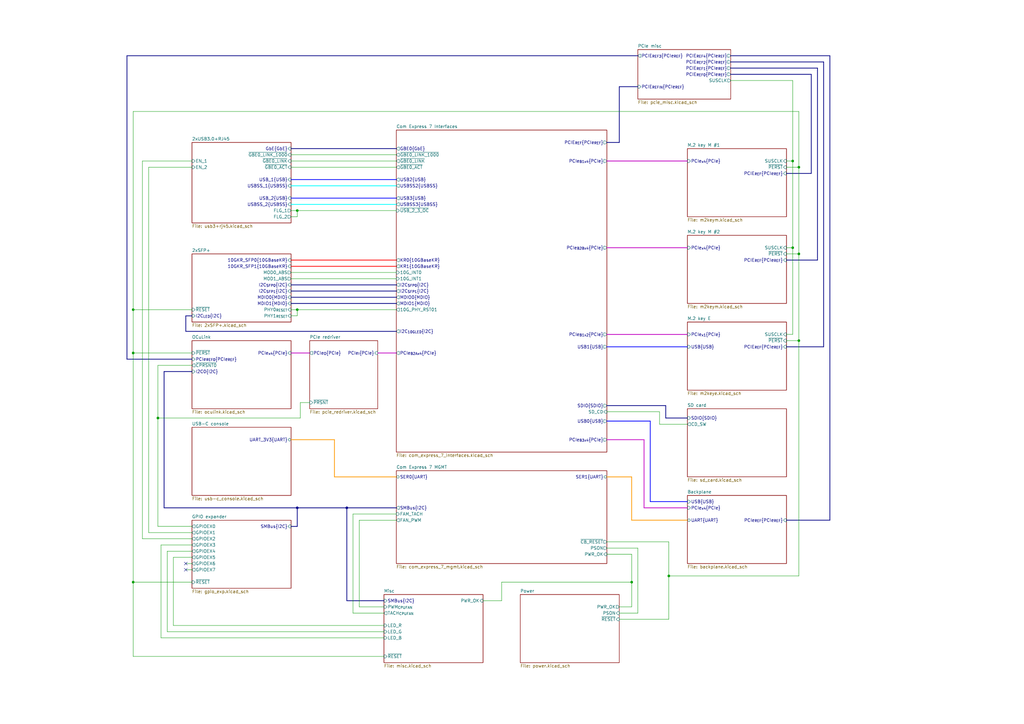
<source format=kicad_sch>
(kicad_sch (version 20230121) (generator eeschema)
  (paper "A3")
  (title_block (title "Com Express 7 baseboard") (date "2024-03-28") (rev "1.0.0") (company "Antmicro Ltd."))
  (lib_symbols)
  (bus_alias "10GBaseKR" (members "TX+" "TX-" "RX+" "RX-"))
  (bus_alias "GbE" (members "MDI3+" "MDI3-" "MDI2+" "MDI2-" "MDI1+" "MDI1-" "MDI0+" "MDI0-" "CTREF"))
  (bus_alias "MDIO" (members "MDIO" "MDC"))
  (bus_alias "PCIe" (members "TX7+" "TX7-" "TX6+" "TX6-" "TX5+" "TX5-" "TX4+" "TX4-" "TX3+" "TX3-" "TX2+" "TX2-" "TX1+" "TX1-" "TX0+" "TX0-" "RX7+" "RX7-" "RX6+" "RX6-" "RX5+" "RX5-" "RX4+" "RX4-" "RX3+" "RX3-" "RX2+" "RX2-" "RX1+" "RX1-" "RX0+" "RX0-"))
  (bus_alias "USB" (members "D+" "D-"))
  (bus_alias "USBSS" (members "TX+" "TX-" "RX+" "RX-"))
  (junction (at 325.12 66.04))
  (junction (at 54.61 238.76))
  (junction (at 327.66 139.7))
  (junction (at 121.92 86.36))
  (junction (at 274.32 236.22))
  (junction (at 121.92 208.28))
  (junction (at 327.66 104.14))
  (junction (at 54.61 127))
  (junction (at 325.12 101.6))
  (junction (at 142.24 208.28))
  (junction (at 54.61 144.78))
  (junction (at 64.77 171.45))
  (junction (at 121.92 127))
  (junction (at 259.08 238.76))
  (junction (at 327.66 68.58))
  (no_connect (at 76.2 231.14))
  (no_connect (at 76.2 233.68))
  (bus (pts (xy 259.08 213.36) (xy 281.94 213.36)) (stroke (width 0) (color 255 153 0 1)))
  (wire (pts (xy 248.92 222.25) (xy 274.32 222.25)))
  (bus (pts (xy 299.72 27.94) (xy 335.28 27.94)))
  (wire (pts (xy 121.92 88.9) (xy 121.92 86.36)))
  (wire (pts (xy 325.12 66.04) (xy 322.58 66.04)))
  (bus (pts (xy 248.92 142.24) (xy 281.94 142.24)) (stroke (width 0) (color 0 0 255 1)))
  (bus (pts (xy 119.38 76.2) (xy 162.56 76.2)) (stroke (width 0) (color 0 255 255 1)))
  (wire (pts (xy 248.92 227.33) (xy 259.08 227.33)))
  (bus (pts (xy 119.38 60.96) (xy 162.56 60.96)))
  (bus (pts (xy 248.92 166.37) (xy 273.05 166.37)))
  (bus (pts (xy 119.38 109.22) (xy 162.56 109.22)) (stroke (width 0) (color 255 0 0 1)))
  (wire (pts (xy 119.38 68.58) (xy 162.56 68.58)))
  (wire (pts (xy 64.77 171.45) (xy 64.77 215.9)))
  (bus (pts (xy 78.74 147.32) (xy 52.07 147.32)))
  (bus (pts (xy 78.74 152.4) (xy 67.31 152.4)))
  (wire (pts (xy 54.61 45.72) (xy 54.61 127)))
  (bus (pts (xy 332.74 71.12) (xy 332.74 30.48)))
  (wire (pts (xy 78.74 66.04) (xy 58.42 66.04)))
  (bus (pts (xy 322.58 142.24) (xy 337.82 142.24)))
  (wire (pts (xy 325.12 101.6) (xy 325.12 137.16)))
  (wire (pts (xy 281.94 173.99) (xy 270.51 173.99)))
  (bus (pts (xy 337.82 142.24) (xy 337.82 25.4)))
  (bus (pts (xy 259.08 195.58) (xy 259.08 213.36)) (stroke (width 0) (color 255 153 0 1)))
  (bus (pts (xy 266.7 205.74) (xy 281.94 205.74)) (stroke (width 0) (color 0 0 255 1)))
  (wire (pts (xy 64.77 171.45) (xy 123.19 171.45)))
  (wire (pts (xy 78.74 223.52) (xy 66.04 223.52)))
  (bus (pts (xy 335.28 106.68) (xy 335.28 27.94)))
  (bus (pts (xy 119.38 116.84) (xy 162.56 116.84)))
  (wire (pts (xy 270.51 173.99) (xy 270.51 168.91)))
  (wire (pts (xy 71.12 256.54) (xy 71.12 228.6)))
  (wire (pts (xy 121.92 86.36) (xy 162.56 86.36)))
  (bus (pts (xy 322.58 106.68) (xy 335.28 106.68)))
  (bus (pts (xy 119.38 73.66) (xy 162.56 73.66)) (stroke (width 0) (color 0 0 255 1)))
  (wire (pts (xy 327.66 68.58) (xy 327.66 104.14)))
  (bus (pts (xy 248.92 195.58) (xy 259.08 195.58)) (stroke (width 0) (color 255 153 0 1)))
  (wire (pts (xy 144.78 251.46) (xy 157.48 251.46)))
  (wire (pts (xy 78.74 218.44) (xy 60.96 218.44)))
  (wire (pts (xy 119.38 114.3) (xy 162.56 114.3)))
  (wire (pts (xy 322.58 68.58) (xy 327.66 68.58)))
  (bus (pts (xy 248.92 58.42) (xy 254 58.42)))
  (wire (pts (xy 119.38 111.76) (xy 162.56 111.76)))
  (wire (pts (xy 205.74 238.76) (xy 259.08 238.76)))
  (wire (pts (xy 54.61 144.78) (xy 54.61 238.76)))
  (wire (pts (xy 119.38 86.36) (xy 121.92 86.36)))
  (wire (pts (xy 71.12 228.6) (xy 78.74 228.6)))
  (wire (pts (xy 198.12 246.38) (xy 205.74 246.38)))
  (bus (pts (xy 299.72 30.48) (xy 332.74 30.48)))
  (wire (pts (xy 123.19 165.1) (xy 127 165.1)))
  (wire (pts (xy 54.61 127) (xy 54.61 144.78)))
  (wire (pts (xy 325.12 137.16) (xy 322.58 137.16)))
  (wire (pts (xy 261.62 251.46) (xy 261.62 224.79)))
  (bus (pts (xy 248.92 180.34) (xy 264.16 180.34)) (stroke (width 0) (color 194 0 194 1)))
  (bus (pts (xy 299.72 22.86) (xy 340.36 22.86)))
  (wire (pts (xy 60.96 68.58) (xy 60.96 218.44)))
  (wire (pts (xy 78.74 215.9) (xy 64.77 215.9)))
  (wire (pts (xy 157.48 248.92) (xy 147.32 248.92)))
  (bus (pts (xy 119.38 81.28) (xy 162.56 81.28)) (stroke (width 0) (color 0 0 255 1)))
  (wire (pts (xy 274.32 222.25) (xy 274.32 236.22)))
  (wire (pts (xy 78.74 149.86) (xy 64.77 149.86)))
  (wire (pts (xy 327.66 45.72) (xy 54.61 45.72)))
  (bus (pts (xy 264.16 180.34) (xy 264.16 208.28)) (stroke (width 0) (color 194 0 194 1)))
  (wire (pts (xy 322.58 139.7) (xy 327.66 139.7)))
  (bus (pts (xy 322.58 213.36) (xy 340.36 213.36)))
  (bus (pts (xy 119.38 83.82) (xy 162.56 83.82)) (stroke (width 0) (color 0 255 255 1)))
  (bus (pts (xy 248.92 101.6) (xy 281.94 101.6)) (stroke (width 0) (color 194 0 194 1)))
  (wire (pts (xy 299.72 33.02) (xy 325.12 33.02)))
  (wire (pts (xy 66.04 223.52) (xy 66.04 261.62)))
  (wire (pts (xy 66.04 261.62) (xy 157.48 261.62)))
  (wire (pts (xy 322.58 101.6) (xy 325.12 101.6)))
  (bus (pts (xy 157.48 246.38) (xy 142.24 246.38)))
  (bus (pts (xy 154.94 144.78) (xy 162.56 144.78)) (stroke (width 0) (color 194 0 194 1)))
  (bus (pts (xy 52.07 22.86) (xy 52.07 147.32)))
  (bus (pts (xy 162.56 195.58) (xy 137.16 195.58)) (stroke (width 0) (color 255 153 0 1)))
  (bus (pts (xy 119.38 119.38) (xy 162.56 119.38)))
  (wire (pts (xy 123.19 171.45) (xy 123.19 165.1)))
  (bus (pts (xy 119.38 215.9) (xy 121.92 215.9)))
  (bus (pts (xy 121.92 208.28) (xy 121.92 215.9)))
  (bus (pts (xy 67.31 152.4) (xy 67.31 208.28)))
  (wire (pts (xy 54.61 127) (xy 78.74 127)))
  (wire (pts (xy 76.2 231.14) (xy 78.74 231.14)))
  (wire (pts (xy 119.38 127) (xy 121.92 127)))
  (bus (pts (xy 137.16 195.58) (xy 137.16 180.34)) (stroke (width 0) (color 255 153 0 1)))
  (wire (pts (xy 121.92 129.54) (xy 121.92 127)))
  (wire (pts (xy 327.66 236.22) (xy 327.66 139.7)))
  (bus (pts (xy 299.72 25.4) (xy 337.82 25.4)))
  (wire (pts (xy 157.48 259.08) (xy 68.58 259.08)))
  (wire (pts (xy 58.42 66.04) (xy 58.42 220.98)))
  (wire (pts (xy 274.32 236.22) (xy 327.66 236.22)))
  (bus (pts (xy 119.38 144.78) (xy 127 144.78)) (stroke (width 0) (color 194 0 194 1)))
  (wire (pts (xy 119.38 129.54) (xy 121.92 129.54)))
  (bus (pts (xy 340.36 22.86) (xy 340.36 213.36)))
  (bus (pts (xy 76.2 135.89) (xy 162.56 135.89)))
  (bus (pts (xy 76.2 129.54) (xy 76.2 135.89)))
  (bus (pts (xy 273.05 166.37) (xy 273.05 171.45)))
  (wire (pts (xy 274.32 254) (xy 274.32 236.22)))
  (wire (pts (xy 327.66 68.58) (xy 327.66 45.72)))
  (wire (pts (xy 157.48 256.54) (xy 71.12 256.54)))
  (bus (pts (xy 121.92 208.28) (xy 142.24 208.28)))
  (wire (pts (xy 327.66 139.7) (xy 327.66 104.14)))
  (wire (pts (xy 261.62 224.79) (xy 248.92 224.79)))
  (bus (pts (xy 142.24 208.28) (xy 162.56 208.28)))
  (wire (pts (xy 147.32 213.36) (xy 162.56 213.36)))
  (bus (pts (xy 119.38 180.34) (xy 137.16 180.34)) (stroke (width 0) (color 255 153 0 1)))
  (bus (pts (xy 248.92 172.72) (xy 266.7 172.72)) (stroke (width 0) (color 0 0 255 1)))
  (bus (pts (xy 322.58 71.12) (xy 332.74 71.12)))
  (wire (pts (xy 259.08 227.33) (xy 259.08 238.76)))
  (wire (pts (xy 119.38 63.5) (xy 162.56 63.5)))
  (wire (pts (xy 64.77 149.86) (xy 64.77 171.45)))
  (wire (pts (xy 54.61 144.78) (xy 78.74 144.78)))
  (wire (pts (xy 119.38 66.04) (xy 162.56 66.04)))
  (wire (pts (xy 259.08 238.76) (xy 259.08 248.92)))
  (wire (pts (xy 325.12 66.04) (xy 325.12 33.02)))
  (wire (pts (xy 327.66 104.14) (xy 322.58 104.14)))
  (bus (pts (xy 248.92 66.04) (xy 281.94 66.04)) (stroke (width 0) (color 194 0 194 1)))
  (bus (pts (xy 254 58.42) (xy 254 35.56)))
  (wire (pts (xy 60.96 68.58) (xy 78.74 68.58)))
  (wire (pts (xy 147.32 248.92) (xy 147.32 213.36)))
  (wire (pts (xy 162.56 210.82) (xy 144.78 210.82)))
  (bus (pts (xy 119.38 124.46) (xy 162.56 124.46)))
  (bus (pts (xy 67.31 208.28) (xy 121.92 208.28)))
  (wire (pts (xy 121.92 127) (xy 162.56 127)))
  (wire (pts (xy 325.12 101.6) (xy 325.12 66.04)))
  (bus (pts (xy 273.05 171.45) (xy 281.94 171.45)))
  (bus (pts (xy 52.07 22.86) (xy 261.62 22.86)))
  (wire (pts (xy 68.58 259.08) (xy 68.58 226.06)))
  (bus (pts (xy 254 35.56) (xy 261.62 35.56)))
  (bus (pts (xy 119.38 121.92) (xy 162.56 121.92)))
  (bus (pts (xy 142.24 246.38) (xy 142.24 208.28)))
  (bus (pts (xy 78.74 129.54) (xy 76.2 129.54)))
  (wire (pts (xy 68.58 226.06) (xy 78.74 226.06)))
  (wire (pts (xy 78.74 238.76) (xy 54.61 238.76)))
  (wire (pts (xy 254 254) (xy 274.32 254)))
  (wire (pts (xy 259.08 248.92) (xy 254 248.92)))
  (wire (pts (xy 254 251.46) (xy 261.62 251.46)))
  (wire (pts (xy 76.2 233.68) (xy 78.74 233.68)))
  (wire (pts (xy 119.38 88.9) (xy 121.92 88.9)))
  (wire (pts (xy 54.61 269.24) (xy 54.61 238.76)))
  (wire (pts (xy 205.74 246.38) (xy 205.74 238.76)))
  (wire (pts (xy 270.51 168.91) (xy 248.92 168.91)))
  (bus (pts (xy 264.16 208.28) (xy 281.94 208.28)) (stroke (width 0) (color 194 0 194 1)))
  (bus (pts (xy 248.92 137.16) (xy 281.94 137.16)) (stroke (width 0) (color 194 0 194 1)))
  (wire (pts (xy 144.78 210.82) (xy 144.78 251.46)))
  (wire (pts (xy 78.74 220.98) (xy 58.42 220.98)))
  (bus (pts (xy 119.38 106.68) (xy 162.56 106.68)) (stroke (width 0) (color 255 0 0 1)))
  (wire (pts (xy 157.48 269.24) (xy 54.61 269.24)))
  (bus (pts (xy 266.7 172.72) (xy 266.7 205.74)) (stroke (width 0) (color 0 0 255 1)))
  (sheet (at 261.62 20.32) (size 38.1 20.32) (stroke (width 0.1524))
    (property "Sheetname" "PCIe misc" (at 261.62 19.6084 0) (effects (justify left bottom)))
    (property "Sheetfile" "pcie_misc.kicad_sch" (at 261.62 41.2246 0) (effects (justify left top)))
    (pin "PCIE_{REF2}{PCIe_{REF}}" output (at 299.72 25.4 0))
    (pin "PCIE_{REF4}{PCIe_{REF}}" output (at 299.72 22.86 0))
    (pin "PCIE_{REF3}{PCIe_{REF}}" output (at 261.62 22.86 180))
    (pin "PCIE_{REF0}{PCIe_{REF}}" output (at 299.72 30.48 0))
    (pin "PCIE_{REF1}{PCIe_{REF}}" output (at 299.72 27.94 0))
    (pin "PCIE_{REFIN}{PCIe_{REF}}" input (at 261.62 35.56 180))
    (pin "SUSCLK" output (at 299.72 33.02 0))
  )
  (sheet (at 281.94 60.96) (size 40.64 27.94) (stroke (width 0.1524))
    (property "Sheetname" "M.2 key M #1" (at 281.94 60.2484 0) (effects (justify left bottom)))
    (property "Sheetfile" "m2keym.kicad_sch" (at 281.94 89.4846 0) (effects (justify left top)))
    (pin "SUSCLK" input (at 322.58 66.04 0))
    (pin "PCIe_{x4}{PCIe}" input (at 281.94 66.04 180))
    (pin "~{PERST}" input (at 322.58 68.58 0))
    (pin "PCIE_{REF}{PCIe_{REF}}" input (at 322.58 71.12 0))
  )
  (sheet (at 281.94 96.52) (size 40.64 27.94) (stroke (width 0.1524))
    (property "Sheetname" "M.2 key M #2" (at 281.94 95.8084 0) (effects (justify left bottom)))
    (property "Sheetfile" "m2keym.kicad_sch" (at 281.94 125.0446 0) (effects (justify left top)))
    (pin "SUSCLK" input (at 322.58 101.6 0))
    (pin "PCIe_{x4}{PCIe}" input (at 281.94 101.6 180))
    (pin "~{PERST}" input (at 322.58 104.14 0))
    (pin "PCIE_{REF}{PCIe_{REF}}" input (at 322.58 106.68 0))
  )
  (sheet (at 78.74 175.26) (size 40.64 27.94) (stroke (width 0.1524))
    (property "Sheetname" "USB-C console" (at 78.74 174.5484 0) (effects (justify left bottom)))
    (property "Sheetfile" "usb-c_console.kicad_sch" (at 78.74 203.7846 0) (effects (justify left top)))
    (pin "UART_3V3{UART}" bidirectional (at 119.38 180.34 0))
  )
  (sheet (at 78.74 213.36) (size 40.64 27.94) (stroke (width 0.1524))
    (property "Sheetname" "GPIO expander" (at 78.74 212.6484 0) (effects (justify left bottom)))
    (property "Sheetfile" "gpio_exp.kicad_sch" (at 78.74 241.8846 0) (effects (justify left top)))
    (pin "SMBus{I2C}" input (at 119.38 215.9 0))
    (pin "GPIOEX0" output (at 78.74 215.9 180))
    (pin "GPIOEX6" output (at 78.74 231.14 180))
    (pin "GPIOEX1" output (at 78.74 218.44 180))
    (pin "GPIOEX2" output (at 78.74 220.98 180))
    (pin "GPIOEX3" output (at 78.74 223.52 180))
    (pin "GPIOEX4" output (at 78.74 226.06 180))
    (pin "GPIOEX5" output (at 78.74 228.6 180))
    (pin "GPIOEX7" output (at 78.74 233.68 180))
    (pin "~{RESET}" input (at 78.74 238.76 180))
  )
  (sheet (at 281.94 203.2) (size 40.64 27.94) (stroke (width 0.1524))
    (property "Sheetname" "Backplane" (at 281.94 202.4884 0) (effects (justify left bottom)))
    (property "Sheetfile" "backplane.kicad_sch" (at 281.94 231.7246 0) (effects (justify left top)))
    (pin "USB{USB}" input (at 281.94 205.74 180))
    (pin "UART{UART}" bidirectional (at 281.94 213.36 180))
    (pin "PCIe_{x4}{PCIe}" input (at 281.94 208.28 180))
    (pin "PCIe_{REF}{PCIe_{REF}}" input (at 322.58 213.36 0))
  )
  (sheet (at 157.48 243.84) (size 40.64 27.94) (stroke (width 0.1524))
    (property "Sheetname" "Misc" (at 157.48 243.1284 0) (effects (justify left bottom)))
    (property "Sheetfile" "misc.kicad_sch" (at 157.48 272.3646 0) (effects (justify left top)))
    (pin "TACH_{CPUFAN}" output (at 157.48 251.46 180))
    (pin "PWM_{CPUFAN}" input (at 157.48 248.92 180))
    (pin "SMBus{I2C}" input (at 157.48 246.38 180))
    (pin "LED_G" input (at 157.48 259.08 180))
    (pin "LED_B" input (at 157.48 261.62 180))
    (pin "LED_R" input (at 157.48 256.54 180))
    (pin "~{RESET}" input (at 157.48 269.24 180))
    (pin "PWR_OK" input (at 198.12 246.38 0))
  )
  (sheet (at 281.94 167.64) (size 40.64 27.94) (stroke (width 0.1524))
    (property "Sheetname" "SD card" (at 281.94 166.9284 0) (effects (justify left bottom)))
    (property "Sheetfile" "sd_card.kicad_sch" (at 281.94 196.1646 0) (effects (justify left top)))
    (pin "CD_SW" output (at 281.94 173.99 180))
    (pin "SDIO{SDIO}" input (at 281.94 171.45 180))
  )
  (sheet (at 127 139.7) (size 27.94 27.94) (stroke (width 0.1524))
    (property "Sheetname" "PCIe redriver" (at 127 138.9884 0) (effects (justify left bottom)))
    (property "Sheetfile" "pcie_redriver.kicad_sch" (at 127 168.2246 0) (effects (justify left top)))
    (pin "PCIe_{I}{PCIe}" input (at 154.94 144.78 0))
    (pin "PCIe_{O}{PCIe}" output (at 127 144.78 180))
    (pin "~{PRSNT}" input (at 127 165.1 180))
  )
  (sheet (at 213.36 243.84) (size 40.64 27.94) (stroke (width 0.1524))
    (property "Sheetname" "Power" (at 213.36 243.1284 0) (effects (justify left bottom)))
    (property "Sheetfile" "power.kicad_sch" (at 213.36 272.3646 0) (effects (justify left top)))
    (pin "PWR_OK" output (at 254 248.92 0))
    (pin "PSON" input (at 254 251.46 0))
    (pin "~{RESET}" input (at 254 254 0))
  )
  (sheet (at 78.74 139.7) (size 40.64 27.94) (stroke (width 0.1524))
    (property "Sheetname" "OCuLink" (at 78.74 138.9884 0) (effects (justify left bottom)))
    (property "Sheetfile" "oculink.kicad_sch" (at 78.74 168.2246 0) (effects (justify left top)))
    (pin "~{PERST}" input (at 78.74 144.78 180))
    (pin "PCIe_{REF0}{PCIe_{REF}}" input (at 78.74 147.32 180))
    (pin "PCIe_{x4}{PCIe}" input (at 119.38 144.78 0))
    (pin "~{CPRSNT0}" output (at 78.74 149.86 180))
    (pin "I2C0{I2C}" input (at 78.74 152.4 180))
  )
  (sheet (at 78.74 104.14) (size 40.64 27.94) (stroke (width 0.1524))
    (property "Sheetname" "2xSFP+" (at 78.74 103.4284 0) (effects (justify left bottom)))
    (property "Sheetfile" "2xSFP+.kicad_sch" (at 78.74 132.6646 0) (effects (justify left top)))
    (pin "I2C_{SFP0}{I2C}" input (at 119.38 116.84 0))
    (pin "10GKR_SFP0{10GBaseKR}" input (at 119.38 106.68 0))
    (pin "MOD0_ABS" output (at 119.38 111.76 0))
    (pin "MDIO0{MDIO}" input (at 119.38 121.92 0))
    (pin "PHY0_{RESET}" input (at 119.38 127 0))
    (pin "I2C_{SFP1}{I2C}" input (at 119.38 119.38 0))
    (pin "10GKR_SFP1{10GBaseKR}" input (at 119.38 109.22 0))
    (pin "MOD1_ABS" output (at 119.38 114.3 0))
    (pin "PHY1_{RESET}" input (at 119.38 129.54 0))
    (pin "MDIO1{MDIO}" input (at 119.38 124.46 0))
    (pin "I2C_{LED}{I2C}" input (at 78.74 129.54 180))
    (pin "~{RESET}" input (at 78.74 127 180))
  )
  (sheet (at 162.56 53.34) (size 86.36 132.08) (stroke (width 0.1524))
    (property "Sheetname" "Com Express 7 Interfaces" (at 162.56 52.6284 0) (effects (justify left bottom)))
    (property "Sheetfile" "com_express_7_interfaces.kicad_sch" (at 162.56 186.0046 0) (effects (justify left top)))
    (pin "PCIe_{B1x4}{PCIe}" output (at 248.92 66.04 0))
    (pin "PCIe_{B1x2}{PCIe}" output (at 248.92 137.16 0))
    (pin "USB0{USB}" output (at 248.92 172.72 0))
    (pin "KR0{10GBaseKR}" output (at 162.56 106.68 180))
    (pin "KR1{10GBaseKR}" output (at 162.56 109.22 180))
    (pin "PCIe_{B3x4}{PCIe}" output (at 248.92 180.34 0))
    (pin "GBE0{GbE}" output (at 162.56 60.96 180))
    (pin "PCIE_{REF}{PCIe_{REF}}" output (at 248.92 58.42 0))
    (pin "USB3{USB}" output (at 162.56 81.28 180))
    (pin "USB2{USB}" output (at 162.56 73.66 180))
    (pin "USB1{USB}" output (at 248.92 142.24 0))
    (pin "USBSS3{USBSS}" output (at 162.56 83.82 180))
    (pin "USBSS2{USBSS}" output (at 162.56 76.2 180))
    (pin "~{GBE0_ACT}" output (at 162.56 68.58 180))
    (pin "~{GBE0_LINK_1000}" output (at 162.56 63.5 180))
    (pin "PCIe_{B2Ax4}{PCIe}" output (at 162.56 144.78 180))
    (pin "PCIe_{B2Bx4}{PCIe}" output (at 248.92 101.6 0))
    (pin "~{USB_2_3_OC}" input (at 162.56 86.36 180))
    (pin "~{GBE0_LINK}" output (at 162.56 66.04 180))
    (pin "10G_INT0" input (at 162.56 111.76 180))
    (pin "10G_INT1" input (at 162.56 114.3 180))
    (pin "I2C_{10GLED}{I2C}" output (at 162.56 135.89 180))
    (pin "I2C_{SFP1}{I2C}" output (at 162.56 119.38 180))
    (pin "I2C_{SFP0}{I2C}" output (at 162.56 116.84 180))
    (pin "MDIO1{MDIO}" output (at 162.56 124.46 180))
    (pin "MDIO0{MDIO}" output (at 162.56 121.92 180))
    (pin "10G_PHY_RST01" output (at 162.56 127 180))
    (pin "SDIO{SDIO}" output (at 248.92 166.37 0))
    (pin "SD_CD" input (at 248.92 168.91 0))
  )
  (sheet (at 78.74 58.42) (size 40.64 33.02) (stroke (width 0.1524))
    (property "Sheetname" "2xUSB3.0+RJ45" (at 78.74 57.7084 0) (effects (justify left bottom)))
    (property "Sheetfile" "usb3+rj45.kicad_sch" (at 78.74 92.0246 0) (effects (justify left top)))
    (pin "GbE{GbE}" input (at 119.38 60.96 0))
    (pin "EN_1" input (at 78.74 66.04 180))
    (pin "FLG_1" output (at 119.38 86.36 0))
    (pin "USB_1{USB}" input (at 119.38 73.66 0))
    (pin "USBSS_1{USBSS}" input (at 119.38 76.2 0))
    (pin "USB_2{USB}" input (at 119.38 81.28 0))
    (pin "USBSS_2{USBSS}" input (at 119.38 83.82 0))
    (pin "EN_2" input (at 78.74 68.58 180))
    (pin "FLG_2" output (at 119.38 88.9 0))
    (pin "~{GBE0_LINK_1000}" input (at 119.38 63.5 0))
    (pin "~{GBE0_ACT}" input (at 119.38 68.58 0))
    (pin "~{GBE0_LINK}" input (at 119.38 66.04 0))
  )
  (sheet (at 281.94 132.08) (size 40.64 27.94) (stroke (width 0.1524))
    (property "Sheetname" "M.2 key E" (at 281.94 131.3684 0) (effects (justify left bottom)))
    (property "Sheetfile" "m2keye.kicad_sch" (at 281.94 160.6046 0) (effects (justify left top)))
    (pin "USB{USB}" input (at 281.94 142.24 180))
    (pin "SUSCLK" input (at 322.58 137.16 0))
    (pin "PCIe_{x1}{PCIe}" input (at 281.94 137.16 180))
    (pin "~{PERST}" input (at 322.58 139.7 0))
    (pin "PCIE_{REF}{PCIe_{REF}}" input (at 322.58 142.24 0))
  )
  (sheet (at 162.56 193.04) (size 86.36 38.1) (stroke (width 0.1524))
    (property "Sheetname" "Com Express 7 MGMT" (at 162.56 192.3284 0) (effects (justify left bottom)))
    (property "Sheetfile" "com_express_7_mgmt.kicad_sch" (at 162.56 231.7246 0) (effects (justify left top)))
    (pin "SMBus{I2C}" output (at 162.56 208.28 180))
    (pin "FAN_PWM" output (at 162.56 213.36 180))
    (pin "FAM_TACH" input (at 162.56 210.82 180))
    (pin "~{CB_RESET}" output (at 248.92 222.25 0))
    (pin "PWR_OK" input (at 248.92 227.33 0))
    (pin "SER0{UART}" bidirectional (at 162.56 195.58 180))
    (pin "SER1{UART}" bidirectional (at 248.92 195.58 0))
    (pin "PSON" output (at 248.92 224.79 0))
  )
)
</source>
